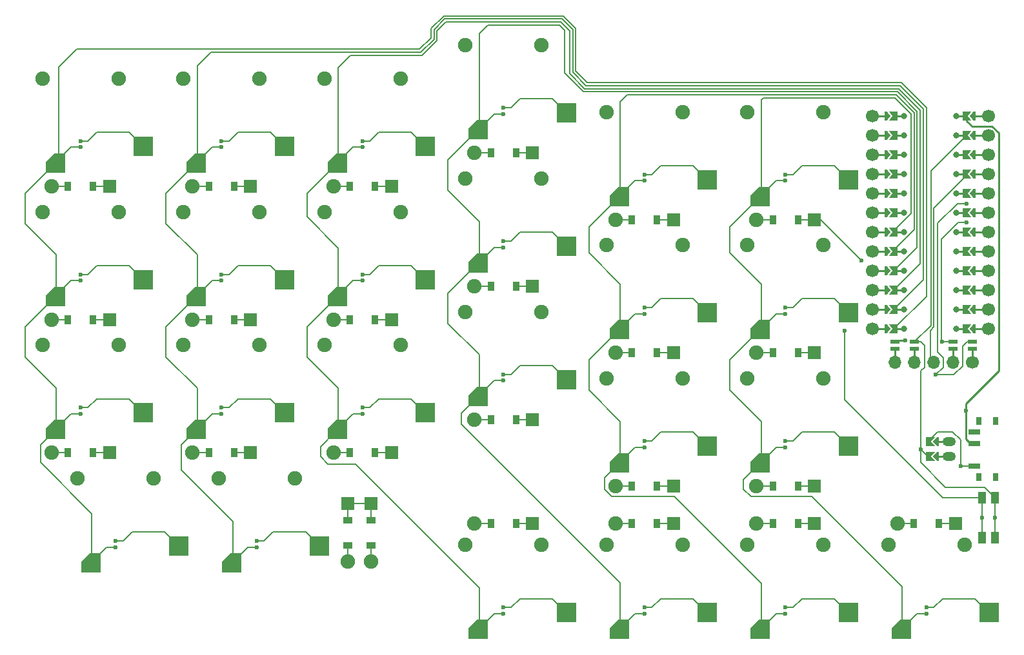
<source format=gbr>
%TF.GenerationSoftware,KiCad,Pcbnew,8.0.7*%
%TF.CreationDate,2025-01-06T08:36:50-06:00*%
%TF.ProjectId,omega_pcb_mbx_v0.3,6f6d6567-615f-4706-9362-5f6d62785f76,v1.0.0*%
%TF.SameCoordinates,Original*%
%TF.FileFunction,Copper,L1,Top*%
%TF.FilePolarity,Positive*%
%FSLAX46Y46*%
G04 Gerber Fmt 4.6, Leading zero omitted, Abs format (unit mm)*
G04 Created by KiCad (PCBNEW 8.0.7) date 2025-01-06 08:36:50*
%MOMM*%
%LPD*%
G01*
G04 APERTURE LIST*
G04 Aperture macros list*
%AMOutline5P*
0 Free polygon, 5 corners , with rotation*
0 The origin of the aperture is its center*
0 number of corners: always 5*
0 $1 to $10 corner X, Y*
0 $11 Rotation angle, in degrees counterclockwise*
0 create outline with 5 corners*
4,1,5,$1,$2,$3,$4,$5,$6,$7,$8,$9,$10,$1,$2,$11*%
%AMOutline6P*
0 Free polygon, 6 corners , with rotation*
0 The origin of the aperture is its center*
0 number of corners: always 6*
0 $1 to $12 corner X, Y*
0 $13 Rotation angle, in degrees counterclockwise*
0 create outline with 6 corners*
4,1,6,$1,$2,$3,$4,$5,$6,$7,$8,$9,$10,$11,$12,$1,$2,$13*%
%AMOutline7P*
0 Free polygon, 7 corners , with rotation*
0 The origin of the aperture is its center*
0 number of corners: always 7*
0 $1 to $14 corner X, Y*
0 $15 Rotation angle, in degrees counterclockwise*
0 create outline with 7 corners*
4,1,7,$1,$2,$3,$4,$5,$6,$7,$8,$9,$10,$11,$12,$13,$14,$1,$2,$15*%
%AMOutline8P*
0 Free polygon, 8 corners , with rotation*
0 The origin of the aperture is its center*
0 number of corners: always 8*
0 $1 to $16 corner X, Y*
0 $17 Rotation angle, in degrees counterclockwise*
0 create outline with 8 corners*
4,1,8,$1,$2,$3,$4,$5,$6,$7,$8,$9,$10,$11,$12,$13,$14,$15,$16,$1,$2,$17*%
%AMFreePoly0*
4,1,6,0.250000,0.000000,-0.250000,-0.625000,-0.500000,-0.625000,-0.500000,0.625000,-0.250000,0.625000,0.250000,0.000000,0.250000,0.000000,$1*%
%AMFreePoly1*
4,1,6,0.500000,-0.625000,-0.650000,-0.625000,-0.150000,0.000000,-0.650000,0.625000,0.500000,0.625000,0.500000,-0.625000,0.500000,-0.625000,$1*%
%AMFreePoly2*
4,1,6,0.600000,-1.000000,0.000000,-0.400000,-0.600000,-1.000000,-0.600000,0.250000,0.600000,0.250000,0.600000,-1.000000,0.600000,-1.000000,$1*%
%AMFreePoly3*
4,1,6,0.600000,-0.200000,0.600000,-0.400000,-0.600000,-0.400000,-0.600000,-0.200000,0.000000,0.400000,0.600000,-0.200000,0.600000,-0.200000,$1*%
G04 Aperture macros list end*
%TA.AperFunction,ComponentPad*%
%ADD10R,1.778000X1.778000*%
%TD*%
%TA.AperFunction,SMDPad,CuDef*%
%ADD11R,0.900000X1.200000*%
%TD*%
%TA.AperFunction,ComponentPad*%
%ADD12C,1.905000*%
%TD*%
%TA.AperFunction,SMDPad,CuDef*%
%ADD13R,1.200000X0.900000*%
%TD*%
%TA.AperFunction,ComponentPad*%
%ADD14O,1.700000X1.700000*%
%TD*%
%TA.AperFunction,ComponentPad*%
%ADD15C,1.700000*%
%TD*%
%TA.AperFunction,SMDPad,CuDef*%
%ADD16R,1.200000X0.600000*%
%TD*%
%TA.AperFunction,ComponentPad*%
%ADD17C,1.900000*%
%TD*%
%TA.AperFunction,SMDPad,CuDef*%
%ADD18Outline5P,-1.300000X1.300000X1.300000X1.300000X1.300000X-0.117000X0.117000X-1.300000X-1.300000X-1.300000X180.000000*%
%TD*%
%TA.AperFunction,SMDPad,CuDef*%
%ADD19R,2.600000X2.600000*%
%TD*%
%TA.AperFunction,SMDPad,CuDef*%
%ADD20R,1.000000X1.550000*%
%TD*%
%TA.AperFunction,SMDPad,CuDef*%
%ADD21FreePoly0,180.000000*%
%TD*%
%TA.AperFunction,SMDPad,CuDef*%
%ADD22FreePoly0,0.000000*%
%TD*%
%TA.AperFunction,ComponentPad*%
%ADD23C,0.800000*%
%TD*%
%TA.AperFunction,SMDPad,CuDef*%
%ADD24FreePoly1,180.000000*%
%TD*%
%TA.AperFunction,SMDPad,CuDef*%
%ADD25FreePoly1,0.000000*%
%TD*%
%TA.AperFunction,SMDPad,CuDef*%
%ADD26R,0.800000X1.000000*%
%TD*%
%TA.AperFunction,SMDPad,CuDef*%
%ADD27R,1.500000X0.700000*%
%TD*%
%TA.AperFunction,SMDPad,CuDef*%
%ADD28FreePoly2,90.000000*%
%TD*%
%TA.AperFunction,ComponentPad*%
%ADD29O,1.750000X1.200000*%
%TD*%
%TA.AperFunction,SMDPad,CuDef*%
%ADD30FreePoly3,90.000000*%
%TD*%
%TA.AperFunction,ViaPad*%
%ADD31C,0.600000*%
%TD*%
%TA.AperFunction,Conductor*%
%ADD32C,0.200000*%
%TD*%
%TA.AperFunction,Conductor*%
%ADD33C,0.250000*%
%TD*%
G04 APERTURE END LIST*
D10*
%TO.P,D4,1*%
%TO.N,P16*%
X62310000Y-89000000D03*
D11*
X60150000Y-89000000D03*
%TO.P,D4,2*%
%TO.N,pinky_bottom*%
X56850000Y-89000000D03*
D12*
X54690000Y-89000000D03*
%TD*%
D10*
%TO.P,D19,1*%
%TO.N,P10*%
X99310000Y-98250000D03*
D11*
X97150000Y-98250000D03*
%TO.P,D19,2*%
%TO.N,third_only*%
X93850000Y-98250000D03*
D12*
X91690000Y-98250000D03*
%TD*%
D10*
%TO.P,D18,1*%
%TO.N,P15*%
X136310000Y-58375000D03*
D11*
X134150000Y-58375000D03*
%TO.P,D18,2*%
%TO.N,inner_top*%
X130850000Y-58375000D03*
D12*
X128690000Y-58375000D03*
%TD*%
D10*
%TO.P,D10,1*%
%TO.N,P16*%
X99310000Y-84625000D03*
D11*
X97150000Y-84625000D03*
%TO.P,D10,2*%
%TO.N,middle_bottom*%
X93850000Y-84625000D03*
D12*
X91690000Y-84625000D03*
%TD*%
D10*
%TO.P,D8,1*%
%TO.N,P14*%
X80810000Y-71500000D03*
D11*
X78650000Y-71500000D03*
%TO.P,D8,2*%
%TO.N,ring_home*%
X75350000Y-71500000D03*
D12*
X73190000Y-71500000D03*
%TD*%
D10*
%TO.P,D21,1*%
%TO.N,P10*%
X136310000Y-98250000D03*
D11*
X134150000Y-98250000D03*
%TO.P,D21,2*%
%TO.N,fifth_only*%
X130850000Y-98250000D03*
D12*
X128690000Y-98250000D03*
%TD*%
D10*
%TO.P,D14,1*%
%TO.N,P14*%
X117810000Y-75875000D03*
D11*
X115650000Y-75875000D03*
%TO.P,D14,2*%
%TO.N,index_home*%
X112350000Y-75875000D03*
D12*
X110190000Y-75875000D03*
%TD*%
D10*
%TO.P,D15,1*%
%TO.N,P15*%
X117810000Y-58375000D03*
D11*
X115650000Y-58375000D03*
%TO.P,D15,2*%
%TO.N,index_top*%
X112350000Y-58375000D03*
D12*
X110190000Y-58375000D03*
%TD*%
D10*
%TO.P,D1,1*%
%TO.N,P16*%
X43810000Y-89000000D03*
D11*
X41650000Y-89000000D03*
%TO.P,D1,2*%
%TO.N,outer_bottom*%
X38350000Y-89000000D03*
D12*
X36190000Y-89000000D03*
%TD*%
D10*
%TO.P,D9,1*%
%TO.N,P15*%
X80810000Y-54000000D03*
D11*
X78650000Y-54000000D03*
%TO.P,D9,2*%
%TO.N,ring_top*%
X75350000Y-54000000D03*
D12*
X73190000Y-54000000D03*
%TD*%
D10*
%TO.P,D12,1*%
%TO.N,P15*%
X99310000Y-49625000D03*
D11*
X97150000Y-49625000D03*
%TO.P,D12,2*%
%TO.N,middle_top*%
X93850000Y-49625000D03*
D12*
X91690000Y-49625000D03*
%TD*%
D10*
%TO.P,D20,1*%
%TO.N,P10*%
X117810000Y-98250000D03*
D11*
X115650000Y-98250000D03*
%TO.P,D20,2*%
%TO.N,fourth_only*%
X112350000Y-98250000D03*
D12*
X110190000Y-98250000D03*
%TD*%
D10*
%TO.P,D16,1*%
%TO.N,P16*%
X136310000Y-93375000D03*
D11*
X134150000Y-93375000D03*
%TO.P,D16,2*%
%TO.N,inner_bottom*%
X130850000Y-93375000D03*
D12*
X128690000Y-93375000D03*
%TD*%
D10*
%TO.P,D5,1*%
%TO.N,P14*%
X62310000Y-71500000D03*
D11*
X60150000Y-71500000D03*
%TO.P,D5,2*%
%TO.N,pinky_home*%
X56850000Y-71500000D03*
D12*
X54690000Y-71500000D03*
%TD*%
D10*
%TO.P,D7,1*%
%TO.N,P16*%
X80810000Y-89000000D03*
D11*
X78650000Y-89000000D03*
%TO.P,D7,2*%
%TO.N,ring_bottom*%
X75350000Y-89000000D03*
D12*
X73190000Y-89000000D03*
%TD*%
D10*
%TO.P,D22,1*%
%TO.N,P10*%
X154810000Y-98250000D03*
D11*
X152650000Y-98250000D03*
%TO.P,D22,2*%
%TO.N,sixth_only*%
X149350000Y-98250000D03*
D12*
X147190000Y-98250000D03*
%TD*%
D10*
%TO.P,D24,1*%
%TO.N,P10*%
X75125000Y-95690000D03*
D13*
X75125000Y-97850000D03*
%TO.P,D24,2*%
%TO.N,second_only*%
X75125000Y-101150000D03*
D12*
X75125000Y-103310000D03*
%TD*%
D10*
%TO.P,D23,1*%
%TO.N,P10*%
X78125000Y-95690000D03*
D13*
X78125000Y-97850000D03*
%TO.P,D23,2*%
%TO.N,first_only*%
X78125000Y-101150000D03*
D12*
X78125000Y-103310000D03*
%TD*%
D10*
%TO.P,D3,1*%
%TO.N,P15*%
X43810000Y-54000000D03*
D11*
X41650000Y-54000000D03*
%TO.P,D3,2*%
%TO.N,outer_top*%
X38350000Y-54000000D03*
D12*
X36190000Y-54000000D03*
%TD*%
D10*
%TO.P,D17,1*%
%TO.N,P14*%
X136310000Y-75875000D03*
D11*
X134150000Y-75875000D03*
%TO.P,D17,2*%
%TO.N,inner_home*%
X130850000Y-75875000D03*
D12*
X128690000Y-75875000D03*
%TD*%
D14*
%TO.P,DISP1,1*%
%TO.N,DISP1_1*%
X146920000Y-77075000D03*
%TO.P,DISP1,2*%
%TO.N,DISP1_2*%
X149460000Y-77075000D03*
%TO.P,DISP1,3*%
%TO.N,VCC*%
X152000000Y-77075000D03*
%TO.P,DISP1,4*%
%TO.N,DISP1_4*%
X154540000Y-77075000D03*
D15*
%TO.P,DISP1,5*%
%TO.N,DISP1_5*%
X157080000Y-77075000D03*
D16*
%TO.P,DISP1,10*%
%TO.N,DISP1_1*%
X146920000Y-75325000D03*
%TO.P,DISP1,11*%
%TO.N,DISP1_2*%
X149460000Y-75325000D03*
%TO.P,DISP1,12*%
%TO.N,DISP1_4*%
X154540000Y-75325000D03*
%TO.P,DISP1,13*%
%TO.N,DISP1_5*%
X157080000Y-75325000D03*
%TO.P,DISP1,14*%
%TO.N,P1*%
X146920000Y-74425000D03*
%TO.P,DISP1,15*%
%TO.N,GND*%
X149460000Y-74425000D03*
%TO.P,DISP1,16*%
%TO.N,P3*%
X154540000Y-74425000D03*
%TO.P,DISP1,17*%
%TO.N,P2*%
X157080000Y-74425000D03*
%TD*%
D10*
%TO.P,D6,1*%
%TO.N,P15*%
X62310000Y-54000000D03*
D11*
X60150000Y-54000000D03*
%TO.P,D6,2*%
%TO.N,pinky_top*%
X56850000Y-54000000D03*
D12*
X54690000Y-54000000D03*
%TD*%
D10*
%TO.P,D13,1*%
%TO.N,P16*%
X117810000Y-93375000D03*
D11*
X115650000Y-93375000D03*
%TO.P,D13,2*%
%TO.N,index_bottom*%
X112350000Y-93375000D03*
D12*
X110190000Y-93375000D03*
%TD*%
D10*
%TO.P,D2,1*%
%TO.N,P14*%
X43810000Y-71500000D03*
D11*
X41650000Y-71500000D03*
%TO.P,D2,2*%
%TO.N,outer_home*%
X38350000Y-71500000D03*
D12*
X36190000Y-71500000D03*
%TD*%
D10*
%TO.P,D11,1*%
%TO.N,P14*%
X99310000Y-67125000D03*
D11*
X97150000Y-67125000D03*
%TO.P,D11,2*%
%TO.N,middle_home*%
X93850000Y-67125000D03*
D12*
X91690000Y-67125000D03*
%TD*%
D17*
%TO.P,S7,*%
%TO.N,*%
X82000000Y-74850000D03*
X72000000Y-74850000D03*
D18*
%TO.P,S7,1*%
%TO.N,P7*%
X73725000Y-85950000D03*
D19*
%TO.P,S7,2*%
%TO.N,ring_bottom*%
X85275000Y-83750000D03*
%TD*%
D17*
%TO.P,S14,*%
%TO.N,*%
X119000000Y-61725000D03*
X109000000Y-61725000D03*
D18*
%TO.P,S14,1*%
%TO.N,P5*%
X110725000Y-72825000D03*
D19*
%TO.P,S14,2*%
%TO.N,index_home*%
X122275000Y-70625000D03*
%TD*%
D20*
%TO.P,RST1,1*%
%TO.N,GND*%
X160000000Y-100125000D03*
%TO.P,RST1,2*%
%TO.N,RST*%
X158300000Y-100125000D03*
%TO.P,RST1,3*%
%TO.N,GND*%
X160000000Y-94875000D03*
%TO.P,RST1,4*%
%TO.N,RST*%
X158300000Y-94875000D03*
%TD*%
D17*
%TO.P,S4,*%
%TO.N,*%
X63500000Y-74850000D03*
X53500000Y-74850000D03*
D18*
%TO.P,S4,1*%
%TO.N,P8*%
X55225000Y-85950000D03*
D19*
%TO.P,S4,2*%
%TO.N,pinky_bottom*%
X66775000Y-83750000D03*
%TD*%
D17*
%TO.P,S13,*%
%TO.N,*%
X119000000Y-79225000D03*
X109000000Y-79225000D03*
D18*
%TO.P,S13,1*%
%TO.N,P5*%
X110725000Y-90325000D03*
D19*
%TO.P,S13,2*%
%TO.N,index_bottom*%
X122275000Y-88125000D03*
%TD*%
D17*
%TO.P,S6,*%
%TO.N,*%
X63500000Y-39850000D03*
X53500000Y-39850000D03*
D18*
%TO.P,S6,1*%
%TO.N,P8*%
X55225000Y-50950000D03*
D19*
%TO.P,S6,2*%
%TO.N,pinky_top*%
X66775000Y-48750000D03*
%TD*%
D21*
%TO.P,MCU1,1*%
%TO.N,MCU1_1*%
X157000000Y-44775000D03*
D15*
X159120000Y-44775000D03*
D21*
%TO.P,MCU1,2*%
%TO.N,MCU1_2*%
X157000000Y-47315000D03*
D15*
X159120000Y-47315000D03*
D21*
%TO.P,MCU1,3*%
%TO.N,MCU1_3*%
X157000000Y-49855000D03*
D15*
X159120000Y-49855000D03*
D21*
%TO.P,MCU1,4*%
%TO.N,MCU1_4*%
X157000000Y-52395000D03*
D15*
X159120000Y-52395000D03*
D21*
%TO.P,MCU1,5*%
%TO.N,MCU1_5*%
X157000000Y-54935000D03*
D15*
X159120000Y-54935000D03*
D21*
%TO.P,MCU1,6*%
%TO.N,MCU1_6*%
X157000000Y-57475000D03*
D15*
X159120000Y-57475000D03*
D21*
%TO.P,MCU1,7*%
%TO.N,MCU1_7*%
X157000000Y-60015000D03*
D15*
X159120000Y-60015000D03*
D21*
%TO.P,MCU1,8*%
%TO.N,MCU1_8*%
X157000000Y-62555000D03*
D15*
X159120000Y-62555000D03*
D21*
%TO.P,MCU1,9*%
%TO.N,MCU1_9*%
X157000000Y-65095000D03*
D15*
X159120000Y-65095000D03*
D21*
%TO.P,MCU1,10*%
%TO.N,MCU1_10*%
X157000000Y-67635000D03*
D15*
X159120000Y-67635000D03*
D21*
%TO.P,MCU1,11*%
%TO.N,MCU1_11*%
X157000000Y-70175000D03*
D15*
X159120000Y-70175000D03*
D21*
%TO.P,MCU1,12*%
%TO.N,MCU1_12*%
X157000000Y-72715000D03*
D15*
X159120000Y-72715000D03*
%TO.P,MCU1,13*%
%TO.N,MCU1_13*%
X143880000Y-72715000D03*
D22*
X146000000Y-72715000D03*
D15*
%TO.P,MCU1,14*%
%TO.N,MCU1_14*%
X143880000Y-70175000D03*
D22*
X146000000Y-70175000D03*
D15*
%TO.P,MCU1,15*%
%TO.N,MCU1_15*%
X143880000Y-67635000D03*
D22*
X146000000Y-67635000D03*
D15*
%TO.P,MCU1,16*%
%TO.N,MCU1_16*%
X143880000Y-65095000D03*
D22*
X146000000Y-65095000D03*
D15*
%TO.P,MCU1,17*%
%TO.N,MCU1_17*%
X143880000Y-62555000D03*
D22*
X146000000Y-62555000D03*
D15*
%TO.P,MCU1,18*%
%TO.N,MCU1_18*%
X143880000Y-60015000D03*
D22*
X146000000Y-60015000D03*
D15*
%TO.P,MCU1,19*%
%TO.N,MCU1_19*%
X143880000Y-57475000D03*
D22*
X146000000Y-57475000D03*
D15*
%TO.P,MCU1,20*%
%TO.N,MCU1_20*%
X143880000Y-54935000D03*
D22*
X146000000Y-54935000D03*
D15*
%TO.P,MCU1,21*%
%TO.N,MCU1_21*%
X143880000Y-52395000D03*
D22*
X146000000Y-52395000D03*
D15*
%TO.P,MCU1,22*%
%TO.N,MCU1_22*%
X143880000Y-49855000D03*
D22*
X146000000Y-49855000D03*
D15*
%TO.P,MCU1,23*%
%TO.N,MCU1_23*%
X143880000Y-47315000D03*
D22*
X146000000Y-47315000D03*
D15*
%TO.P,MCU1,24*%
%TO.N,MCU1_24*%
X143880000Y-44775000D03*
D22*
X146000000Y-44775000D03*
D23*
%TO.P,MCU1,101*%
%TO.N,RAW*%
X154900000Y-44775000D03*
D24*
X156275000Y-44775000D03*
D23*
%TO.P,MCU1,102*%
%TO.N,GND*%
X154900000Y-47315000D03*
D24*
X156275000Y-47315000D03*
D23*
%TO.P,MCU1,103*%
%TO.N,RST*%
X154900000Y-49855000D03*
D24*
X156275000Y-49855000D03*
D23*
%TO.P,MCU1,104*%
%TO.N,VCC*%
X154900000Y-52395000D03*
D24*
X156275000Y-52395000D03*
D23*
%TO.P,MCU1,105*%
%TO.N,P21*%
X154900000Y-54935000D03*
D24*
X156275000Y-54935000D03*
D23*
%TO.P,MCU1,106*%
%TO.N,P20*%
X154900000Y-57475000D03*
D24*
X156275000Y-57475000D03*
D23*
%TO.P,MCU1,107*%
%TO.N,P19*%
X154900000Y-60015000D03*
D24*
X156275000Y-60015000D03*
D23*
%TO.P,MCU1,108*%
%TO.N,P18*%
X154900000Y-62555000D03*
D24*
X156275000Y-62555000D03*
D23*
%TO.P,MCU1,109*%
%TO.N,P15*%
X154900000Y-65095000D03*
D24*
X156275000Y-65095000D03*
D23*
%TO.P,MCU1,110*%
%TO.N,P14*%
X154900000Y-67635000D03*
D24*
X156275000Y-67635000D03*
D23*
%TO.P,MCU1,111*%
%TO.N,P16*%
X154900000Y-70175000D03*
D24*
X156275000Y-70175000D03*
D23*
%TO.P,MCU1,112*%
%TO.N,P10*%
X154900000Y-72715000D03*
D24*
X156275000Y-72715000D03*
D25*
%TO.P,MCU1,113*%
%TO.N,P9*%
X146725000Y-72715000D03*
D23*
X148100000Y-72715000D03*
D25*
%TO.P,MCU1,114*%
%TO.N,P8*%
X146725000Y-70175000D03*
D23*
X148100000Y-70175000D03*
D25*
%TO.P,MCU1,115*%
%TO.N,P7*%
X146725000Y-67635000D03*
D23*
X148100000Y-67635000D03*
D25*
%TO.P,MCU1,116*%
%TO.N,P6*%
X146725000Y-65095000D03*
D23*
X148100000Y-65095000D03*
D25*
%TO.P,MCU1,117*%
%TO.N,P5*%
X146725000Y-62555000D03*
D23*
X148100000Y-62555000D03*
D25*
%TO.P,MCU1,118*%
%TO.N,P4*%
X146725000Y-60015000D03*
D23*
X148100000Y-60015000D03*
D25*
%TO.P,MCU1,119*%
%TO.N,P3*%
X146725000Y-57475000D03*
D23*
X148100000Y-57475000D03*
D25*
%TO.P,MCU1,120*%
%TO.N,P2*%
X146725000Y-54935000D03*
D23*
X148100000Y-54935000D03*
D25*
%TO.P,MCU1,121*%
%TO.N,GND*%
X146725000Y-52395000D03*
D23*
X148100000Y-52395000D03*
D25*
%TO.P,MCU1,122*%
X146725000Y-49855000D03*
D23*
X148100000Y-49855000D03*
D25*
%TO.P,MCU1,123*%
%TO.N,P0*%
X146725000Y-47315000D03*
D23*
X148100000Y-47315000D03*
D25*
%TO.P,MCU1,124*%
%TO.N,P1*%
X146725000Y-44775000D03*
D23*
X148100000Y-44775000D03*
%TD*%
D17*
%TO.P,S21,*%
%TO.N,*%
X100500000Y-101100000D03*
X90500000Y-101100000D03*
D18*
%TO.P,S21,1*%
%TO.N,P7*%
X92225000Y-112200000D03*
D19*
%TO.P,S21,2*%
%TO.N,third_only*%
X103775000Y-110000000D03*
%TD*%
D17*
%TO.P,S8,*%
%TO.N,*%
X82000000Y-57350000D03*
X72000000Y-57350000D03*
D18*
%TO.P,S8,1*%
%TO.N,P7*%
X73725000Y-68450000D03*
D19*
%TO.P,S8,2*%
%TO.N,ring_home*%
X85275000Y-66250000D03*
%TD*%
D17*
%TO.P,S16,*%
%TO.N,*%
X137500000Y-79225000D03*
X127500000Y-79225000D03*
D18*
%TO.P,S16,1*%
%TO.N,P4*%
X129225000Y-90325000D03*
D19*
%TO.P,S16,2*%
%TO.N,inner_bottom*%
X140775000Y-88125000D03*
%TD*%
D17*
%TO.P,S9,*%
%TO.N,*%
X82000000Y-39850000D03*
X72000000Y-39850000D03*
D18*
%TO.P,S9,1*%
%TO.N,P7*%
X73725000Y-50950000D03*
D19*
%TO.P,S9,2*%
%TO.N,ring_top*%
X85275000Y-48750000D03*
%TD*%
D17*
%TO.P,S18,*%
%TO.N,*%
X137500000Y-44225000D03*
X127500000Y-44225000D03*
D18*
%TO.P,S18,1*%
%TO.N,P4*%
X129225000Y-55325000D03*
D19*
%TO.P,S18,2*%
%TO.N,inner_top*%
X140775000Y-53125000D03*
%TD*%
D17*
%TO.P,S20,*%
%TO.N,*%
X68125000Y-92350000D03*
X58125000Y-92350000D03*
D18*
%TO.P,S20,1*%
%TO.N,P8*%
X59850000Y-103450000D03*
D19*
%TO.P,S20,2*%
%TO.N,second_only*%
X71400000Y-101250000D03*
%TD*%
D17*
%TO.P,S11,*%
%TO.N,*%
X100500000Y-52975000D03*
X90500000Y-52975000D03*
D18*
%TO.P,S11,1*%
%TO.N,P6*%
X92225000Y-64075000D03*
D19*
%TO.P,S11,2*%
%TO.N,middle_home*%
X103775000Y-61875000D03*
%TD*%
D17*
%TO.P,S3,*%
%TO.N,*%
X45000000Y-39850000D03*
X35000000Y-39850000D03*
D18*
%TO.P,S3,1*%
%TO.N,P9*%
X36725000Y-50950000D03*
D19*
%TO.P,S3,2*%
%TO.N,outer_top*%
X48275000Y-48750000D03*
%TD*%
D17*
%TO.P,S15,*%
%TO.N,*%
X119000000Y-44225000D03*
X109000000Y-44225000D03*
D18*
%TO.P,S15,1*%
%TO.N,P5*%
X110725000Y-55325000D03*
D19*
%TO.P,S15,2*%
%TO.N,index_top*%
X122275000Y-53125000D03*
%TD*%
D17*
%TO.P,S1,*%
%TO.N,*%
X45000000Y-74850000D03*
X35000000Y-74850000D03*
D18*
%TO.P,S1,1*%
%TO.N,P9*%
X36725000Y-85950000D03*
D19*
%TO.P,S1,2*%
%TO.N,outer_bottom*%
X48275000Y-83750000D03*
%TD*%
D17*
%TO.P,S2,*%
%TO.N,*%
X45000000Y-57350000D03*
X35000000Y-57350000D03*
D18*
%TO.P,S2,1*%
%TO.N,P9*%
X36725000Y-68450000D03*
D19*
%TO.P,S2,2*%
%TO.N,outer_home*%
X48275000Y-66250000D03*
%TD*%
D17*
%TO.P,S24,*%
%TO.N,*%
X156000000Y-101100000D03*
X146000000Y-101100000D03*
D18*
%TO.P,S24,1*%
%TO.N,P4*%
X147725000Y-112200000D03*
D19*
%TO.P,S24,2*%
%TO.N,sixth_only*%
X159275000Y-110000000D03*
%TD*%
D17*
%TO.P,S10,*%
%TO.N,*%
X100500000Y-70475000D03*
X90500000Y-70475000D03*
D18*
%TO.P,S10,1*%
%TO.N,P6*%
X92225000Y-81575000D03*
D19*
%TO.P,S10,2*%
%TO.N,middle_bottom*%
X103775000Y-79375000D03*
%TD*%
D17*
%TO.P,S19,*%
%TO.N,*%
X49625000Y-92350000D03*
X39625000Y-92350000D03*
D18*
%TO.P,S19,1*%
%TO.N,P9*%
X41350000Y-103450000D03*
D19*
%TO.P,S19,2*%
%TO.N,first_only*%
X52900000Y-101250000D03*
%TD*%
D17*
%TO.P,S17,*%
%TO.N,*%
X137500000Y-61725000D03*
X127500000Y-61725000D03*
D18*
%TO.P,S17,1*%
%TO.N,P4*%
X129225000Y-72825000D03*
D19*
%TO.P,S17,2*%
%TO.N,inner_home*%
X140775000Y-70625000D03*
%TD*%
D26*
%TO.P,PWR1,*%
%TO.N,*%
X157915000Y-84850000D03*
X157915000Y-92150000D03*
X160125000Y-84850000D03*
X160125000Y-92150000D03*
D27*
%TO.P,PWR1,1*%
%TO.N,BAT_P*%
X157265000Y-90750000D03*
%TO.P,PWR1,2*%
%TO.N,RAW*%
X157265000Y-87750000D03*
%TO.P,PWR1,3*%
%TO.N,N/C*%
X157265000Y-86250000D03*
%TD*%
D17*
%TO.P,S23,*%
%TO.N,*%
X137500000Y-101100000D03*
X127500000Y-101100000D03*
D18*
%TO.P,S23,1*%
%TO.N,P5*%
X129225000Y-112200000D03*
D19*
%TO.P,S23,2*%
%TO.N,fifth_only*%
X140775000Y-110000000D03*
%TD*%
D17*
%TO.P,S22,*%
%TO.N,*%
X119000000Y-101100000D03*
X109000000Y-101100000D03*
D18*
%TO.P,S22,1*%
%TO.N,P6*%
X110725000Y-112200000D03*
D19*
%TO.P,S22,2*%
%TO.N,fourth_only*%
X122275000Y-110000000D03*
%TD*%
D28*
%TO.P,JST1,1*%
%TO.N,BAT_P*%
X151184000Y-87500000D03*
%TO.P,JST1,2*%
%TO.N,GND*%
X151184000Y-89500000D03*
D29*
%TO.P,JST1,11*%
%TO.N,JST1_1*%
X154000000Y-87500000D03*
%TO.P,JST1,12*%
%TO.N,JST1_2*%
X154000000Y-89500000D03*
D30*
%TO.P,JST1,21*%
%TO.N,JST1_1*%
X152200000Y-87500000D03*
%TO.P,JST1,22*%
%TO.N,JST1_2*%
X152200000Y-89500000D03*
%TD*%
D17*
%TO.P,S12,*%
%TO.N,*%
X100500000Y-35475000D03*
X90500000Y-35475000D03*
D18*
%TO.P,S12,1*%
%TO.N,P6*%
X92225000Y-46575000D03*
D19*
%TO.P,S12,2*%
%TO.N,middle_top*%
X103775000Y-44375000D03*
%TD*%
D17*
%TO.P,S5,*%
%TO.N,*%
X63500000Y-57350000D03*
X53500000Y-57350000D03*
D18*
%TO.P,S5,1*%
%TO.N,P8*%
X55225000Y-68450000D03*
D19*
%TO.P,S5,2*%
%TO.N,pinky_home*%
X66775000Y-66250000D03*
%TD*%
D31*
%TO.N,P15*%
X142500000Y-63750000D03*
%TO.N,P9*%
X40000000Y-66375000D03*
X40000000Y-48875000D03*
X40000000Y-83875000D03*
X44625000Y-101375000D03*
%TO.N,outer_bottom*%
X40000000Y-83075000D03*
%TO.N,GND*%
X150250000Y-88500000D03*
X160000000Y-97500000D03*
%TO.N,outer_home*%
X40000000Y-65575000D03*
%TO.N,outer_top*%
X40000000Y-48075000D03*
%TO.N,P8*%
X63125000Y-101375000D03*
X58500000Y-48875000D03*
X58500000Y-66375000D03*
X58500000Y-83875000D03*
%TO.N,pinky_bottom*%
X58500000Y-83075000D03*
%TO.N,pinky_home*%
X58500000Y-65575000D03*
%TO.N,pinky_top*%
X58500000Y-48075000D03*
%TO.N,P7*%
X77000000Y-66375000D03*
X95500000Y-110125000D03*
X77000000Y-83875000D03*
X77000000Y-48875000D03*
%TO.N,ring_bottom*%
X77000000Y-83075000D03*
%TO.N,ring_home*%
X77000000Y-65575000D03*
%TO.N,ring_top*%
X77000000Y-48075000D03*
%TO.N,P6*%
X114000000Y-110125000D03*
X95500000Y-62000000D03*
X95500000Y-79500000D03*
X95500000Y-44500000D03*
%TO.N,middle_bottom*%
X95500000Y-78700000D03*
%TO.N,middle_home*%
X95500000Y-61200000D03*
%TO.N,middle_top*%
X95500000Y-43700000D03*
%TO.N,P5*%
X114000000Y-53250000D03*
X114000000Y-88250000D03*
X114000000Y-70750000D03*
X132500000Y-110125000D03*
%TO.N,index_bottom*%
X114000000Y-87450000D03*
%TO.N,index_home*%
X114000000Y-69950000D03*
%TO.N,index_top*%
X114000000Y-52450000D03*
%TO.N,P4*%
X132500000Y-53250000D03*
X132500000Y-88250000D03*
X151000000Y-110125000D03*
X132500000Y-70750000D03*
%TO.N,inner_bottom*%
X132500000Y-87450000D03*
%TO.N,inner_home*%
X132500000Y-69950000D03*
%TO.N,inner_top*%
X132500000Y-52450000D03*
%TO.N,first_only*%
X44625000Y-100575000D03*
%TO.N,second_only*%
X63125000Y-100575000D03*
%TO.N,third_only*%
X95500000Y-109325000D03*
%TO.N,fourth_only*%
X114000000Y-109325000D03*
%TO.N,fifth_only*%
X132500000Y-109325000D03*
%TO.N,sixth_only*%
X151000000Y-109325000D03*
%TO.N,RAW*%
X156190000Y-83500000D03*
%TO.N,RST*%
X158300000Y-97500000D03*
X140250000Y-73000000D03*
%TO.N,P1*%
X148250000Y-74250000D03*
%TO.N,P2*%
X152250000Y-78750000D03*
X156250000Y-56250000D03*
%TO.N,P3*%
X153100000Y-74425000D03*
X156250000Y-58750000D03*
%TO.N,BAT_P*%
X155500000Y-90750000D03*
%TD*%
D32*
%TO.N,P15*%
X142500000Y-63750000D02*
X137125000Y-58375000D01*
X137125000Y-58375000D02*
X136310000Y-58375000D01*
%TO.N,P9*%
X38800000Y-48875000D02*
X40000000Y-48875000D01*
X103338232Y-31625000D02*
X105000000Y-33286768D01*
X36850000Y-80511522D02*
X36850000Y-85825000D01*
X36725000Y-68450000D02*
X38800000Y-66375000D01*
X87661768Y-31625000D02*
X103338232Y-31625000D01*
X36850000Y-68325000D02*
X36725000Y-68450000D01*
X38800000Y-83875000D02*
X40000000Y-83875000D01*
X43425000Y-101375000D02*
X44625000Y-101375000D01*
X84489824Y-36000000D02*
X86000000Y-34489824D01*
X86000000Y-33286768D02*
X87661768Y-31625000D01*
X105000000Y-33286768D02*
X105000000Y-38864824D01*
X36850000Y-85825000D02*
X36725000Y-85950000D01*
X36850000Y-63011522D02*
X36850000Y-68325000D01*
X36725000Y-50950000D02*
X38800000Y-48875000D01*
X34750000Y-87925000D02*
X34750000Y-90250000D01*
X151000000Y-68440000D02*
X146725000Y-72715000D01*
X36725000Y-85950000D02*
X38800000Y-83875000D01*
X151000000Y-43671570D02*
X151000000Y-68440000D01*
X32750000Y-76411522D02*
X36850000Y-80511522D01*
X36725000Y-50950000D02*
X32750000Y-54925000D01*
X37150000Y-50525000D02*
X37150000Y-38350000D01*
X41475000Y-103325000D02*
X41350000Y-103450000D01*
X105000000Y-38864824D02*
X106510176Y-40375000D01*
X32750000Y-72425000D02*
X32750000Y-76411522D01*
X32750000Y-54925000D02*
X32750000Y-58911522D01*
X36725000Y-68450000D02*
X32750000Y-72425000D01*
X147703430Y-40375000D02*
X151000000Y-43671570D01*
X38800000Y-66375000D02*
X40000000Y-66375000D01*
X106510176Y-40375000D02*
X147703430Y-40375000D01*
X37150000Y-38350000D02*
X39500000Y-36000000D01*
X41350000Y-103450000D02*
X43425000Y-101375000D01*
X32750000Y-58911522D02*
X36850000Y-63011522D01*
X41475000Y-96975000D02*
X41475000Y-103325000D01*
X36725000Y-85950000D02*
X34750000Y-87925000D01*
X39500000Y-36000000D02*
X84489824Y-36000000D01*
X36725000Y-50950000D02*
X37150000Y-50525000D01*
X34750000Y-90250000D02*
X41475000Y-96975000D01*
X86000000Y-34489824D02*
X86000000Y-33286768D01*
D33*
X146725000Y-72715000D02*
X148100000Y-72715000D01*
D32*
%TO.N,outer_bottom*%
X48275000Y-83750000D02*
X46421000Y-81896000D01*
X46421000Y-81896000D02*
X42154000Y-81896000D01*
X36190000Y-89000000D02*
X38350000Y-89000000D01*
X40975000Y-83075000D02*
X40000000Y-83075000D01*
X42154000Y-81896000D02*
X40975000Y-83075000D01*
%TO.N,GND*%
X153500000Y-93500000D02*
X158625000Y-93500000D01*
X158625000Y-93500000D02*
X160000000Y-94875000D01*
X151600000Y-72285000D02*
X151600000Y-51990000D01*
X150250000Y-88500000D02*
X150250000Y-88566000D01*
X160000000Y-97500000D02*
X160000000Y-100125000D01*
X150250000Y-88500000D02*
X150250000Y-78250000D01*
X160000000Y-94875000D02*
X160000000Y-97500000D01*
X150750000Y-77750000D02*
X150750000Y-74915000D01*
X150250000Y-90250000D02*
X153500000Y-93500000D01*
X151600000Y-51990000D02*
X156275000Y-47315000D01*
X150750000Y-74915000D02*
X150260000Y-74425000D01*
X150250000Y-88500000D02*
X150250000Y-90250000D01*
X150250000Y-78250000D02*
X150750000Y-77750000D01*
X150260000Y-74425000D02*
X149460000Y-74425000D01*
D33*
X146725000Y-52395000D02*
X148100000Y-52395000D01*
X156275000Y-47315000D02*
X154900000Y-47315000D01*
D32*
X149460000Y-74425000D02*
X151600000Y-72285000D01*
D33*
X146725000Y-49855000D02*
X148100000Y-49855000D01*
D32*
X150250000Y-88566000D02*
X151184000Y-89500000D01*
%TO.N,outer_home*%
X46421000Y-64396000D02*
X42154000Y-64396000D01*
X40975000Y-65575000D02*
X40000000Y-65575000D01*
X36190000Y-71500000D02*
X38350000Y-71500000D01*
X42154000Y-64396000D02*
X40975000Y-65575000D01*
X48275000Y-66250000D02*
X46421000Y-64396000D01*
%TO.N,outer_top*%
X48275000Y-48750000D02*
X46421000Y-46896000D01*
X36190000Y-54000000D02*
X38350000Y-54000000D01*
X42154000Y-46896000D02*
X40975000Y-48075000D01*
X46421000Y-46896000D02*
X42154000Y-46896000D01*
X40975000Y-48075000D02*
X40000000Y-48075000D01*
%TO.N,P8*%
X55350000Y-38150000D02*
X57100000Y-36400000D01*
X106344490Y-40775000D02*
X147537744Y-40775000D01*
X55350000Y-68325000D02*
X55225000Y-68450000D01*
X53250000Y-87925000D02*
X53250000Y-91286522D01*
X84655510Y-36400000D02*
X86400000Y-34655510D01*
D33*
X146725000Y-70175000D02*
X148100000Y-70175000D01*
D32*
X55350000Y-80511522D02*
X55350000Y-85825000D01*
X57100000Y-36400000D02*
X84655510Y-36400000D01*
X55350000Y-50825000D02*
X55350000Y-38150000D01*
X51250000Y-58911522D02*
X55350000Y-63011522D01*
X51250000Y-76411522D02*
X55350000Y-80511522D01*
X55225000Y-85950000D02*
X53250000Y-87925000D01*
X55225000Y-68450000D02*
X51250000Y-72425000D01*
X103172546Y-32025000D02*
X104600000Y-33452454D01*
X55225000Y-85950000D02*
X57300000Y-83875000D01*
X55225000Y-50950000D02*
X51250000Y-54925000D01*
X51250000Y-54925000D02*
X51250000Y-58911522D01*
X59850000Y-103450000D02*
X61925000Y-101375000D01*
X55225000Y-50950000D02*
X55350000Y-50825000D01*
X150600000Y-66300000D02*
X146725000Y-70175000D01*
X55350000Y-63011522D02*
X55350000Y-68325000D01*
X51250000Y-72425000D02*
X51250000Y-76411522D01*
X57300000Y-83875000D02*
X58500000Y-83875000D01*
X59975000Y-103325000D02*
X59850000Y-103450000D01*
X55350000Y-85825000D02*
X55225000Y-85950000D01*
X147537744Y-40775000D02*
X150600000Y-43837256D01*
X104600000Y-39030510D02*
X106344490Y-40775000D01*
X57300000Y-66375000D02*
X58500000Y-66375000D01*
X53250000Y-91286522D02*
X59975000Y-98011522D01*
X87827454Y-32025000D02*
X103172546Y-32025000D01*
X104600000Y-33452454D02*
X104600000Y-39030510D01*
X86400000Y-33452454D02*
X87827454Y-32025000D01*
X150600000Y-43837256D02*
X150600000Y-66300000D01*
X55225000Y-68450000D02*
X57300000Y-66375000D01*
X57300000Y-48875000D02*
X58500000Y-48875000D01*
X55225000Y-50950000D02*
X57300000Y-48875000D01*
X61925000Y-101375000D02*
X63125000Y-101375000D01*
X86400000Y-34655510D02*
X86400000Y-33452454D01*
X59975000Y-98011522D02*
X59975000Y-103325000D01*
%TO.N,pinky_bottom*%
X64921000Y-81896000D02*
X60654000Y-81896000D01*
X54690000Y-89000000D02*
X56850000Y-89000000D01*
X66775000Y-83750000D02*
X64921000Y-81896000D01*
X60654000Y-81896000D02*
X59475000Y-83075000D01*
X59475000Y-83075000D02*
X58500000Y-83075000D01*
%TO.N,pinky_home*%
X60654000Y-64396000D02*
X59475000Y-65575000D01*
X64921000Y-64396000D02*
X60654000Y-64396000D01*
X54690000Y-71500000D02*
X56850000Y-71500000D01*
X59475000Y-65575000D02*
X58500000Y-65575000D01*
X66775000Y-66250000D02*
X64921000Y-64396000D01*
%TO.N,pinky_top*%
X66775000Y-48750000D02*
X64921000Y-46896000D01*
X59475000Y-48075000D02*
X58500000Y-48075000D01*
X60654000Y-46896000D02*
X59475000Y-48075000D01*
X64921000Y-46896000D02*
X60654000Y-46896000D01*
X54690000Y-54000000D02*
X56850000Y-54000000D01*
%TO.N,P7*%
X73725000Y-68450000D02*
X69750000Y-72425000D01*
X76088478Y-90500000D02*
X92350000Y-106761522D01*
X75800000Y-83875000D02*
X77000000Y-83875000D01*
X73850000Y-85825000D02*
X73725000Y-85950000D01*
X104200000Y-39196196D02*
X106178804Y-41175000D01*
X71500000Y-88175000D02*
X71500000Y-89500000D01*
X73725000Y-85950000D02*
X71500000Y-88175000D01*
X104200000Y-33618140D02*
X104200000Y-39196196D01*
X69750000Y-76411522D02*
X73850000Y-80511522D01*
X73725000Y-50950000D02*
X69750000Y-54925000D01*
X92225000Y-112200000D02*
X94300000Y-110125000D01*
X72500000Y-90500000D02*
X76088478Y-90500000D01*
X84821196Y-36800000D02*
X86800000Y-34821196D01*
X106178804Y-41175000D02*
X147372058Y-41175000D01*
X73725000Y-68450000D02*
X75800000Y-66375000D01*
X73850000Y-50825000D02*
X73850000Y-38400000D01*
X92350000Y-106761522D02*
X92350000Y-112075000D01*
D33*
X146725000Y-67635000D02*
X148100000Y-67635000D01*
D32*
X147372058Y-41175000D02*
X150200000Y-44002942D01*
X69750000Y-58000000D02*
X73850000Y-62100000D01*
X92350000Y-112075000D02*
X92225000Y-112200000D01*
X150200000Y-64160000D02*
X146725000Y-67635000D01*
X71500000Y-89500000D02*
X72500000Y-90500000D01*
X103006860Y-32425000D02*
X104200000Y-33618140D01*
X86800000Y-33618140D02*
X87993140Y-32425000D01*
X75800000Y-48875000D02*
X77000000Y-48875000D01*
X69750000Y-72425000D02*
X69750000Y-76411522D01*
X73850000Y-38400000D02*
X75450000Y-36800000D01*
X73725000Y-50950000D02*
X75800000Y-48875000D01*
X86800000Y-34821196D02*
X86800000Y-33618140D01*
X150200000Y-44002942D02*
X150200000Y-64160000D01*
X73725000Y-85950000D02*
X75800000Y-83875000D01*
X75800000Y-66375000D02*
X77000000Y-66375000D01*
X75450000Y-36800000D02*
X84821196Y-36800000D01*
X73850000Y-68325000D02*
X73725000Y-68450000D01*
X94300000Y-110125000D02*
X95500000Y-110125000D01*
X73850000Y-80511522D02*
X73850000Y-85825000D01*
X73725000Y-50950000D02*
X73850000Y-50825000D01*
X69750000Y-54925000D02*
X69750000Y-58000000D01*
X87993140Y-32425000D02*
X103006860Y-32425000D01*
X73850000Y-62100000D02*
X73850000Y-68325000D01*
%TO.N,ring_bottom*%
X85275000Y-83750000D02*
X83421000Y-81896000D01*
X73190000Y-89000000D02*
X75350000Y-89000000D01*
X83421000Y-81896000D02*
X79154000Y-81896000D01*
X77975000Y-83075000D02*
X77000000Y-83075000D01*
X79154000Y-81896000D02*
X77975000Y-83075000D01*
%TO.N,ring_home*%
X77975000Y-65575000D02*
X77000000Y-65575000D01*
X83421000Y-64396000D02*
X79154000Y-64396000D01*
X85275000Y-66250000D02*
X83421000Y-64396000D01*
X73190000Y-71500000D02*
X75350000Y-71500000D01*
X79154000Y-64396000D02*
X77975000Y-65575000D01*
%TO.N,ring_top*%
X83421000Y-46896000D02*
X79154000Y-46896000D01*
X77975000Y-48075000D02*
X77000000Y-48075000D01*
X79154000Y-46896000D02*
X77975000Y-48075000D01*
X73190000Y-54000000D02*
X75350000Y-54000000D01*
X85275000Y-48750000D02*
X83421000Y-46896000D01*
%TO.N,P6*%
X103508087Y-33491913D02*
X103508087Y-39069969D01*
X103508087Y-39069969D02*
X106013118Y-41575000D01*
X149800000Y-62020000D02*
X146725000Y-65095000D01*
X149800000Y-44168628D02*
X149800000Y-62020000D01*
X92350000Y-63950000D02*
X92225000Y-64075000D01*
X110850000Y-106100000D02*
X110850000Y-112075000D01*
X88250000Y-72036522D02*
X92350000Y-76136522D01*
X90000000Y-83800000D02*
X90000000Y-85250000D01*
X102841174Y-32825000D02*
X103508087Y-33491913D01*
D33*
X146725000Y-65095000D02*
X148100000Y-65095000D01*
D32*
X92225000Y-81575000D02*
X90000000Y-83800000D01*
X88250000Y-50550000D02*
X88250000Y-54536522D01*
X88250000Y-68050000D02*
X88250000Y-72036522D01*
X92350000Y-81450000D02*
X92225000Y-81575000D01*
X90000000Y-85250000D02*
X110850000Y-106100000D01*
X92350000Y-46450000D02*
X92350000Y-33900000D01*
X92350000Y-58636522D02*
X92350000Y-63950000D01*
X110725000Y-112200000D02*
X112800000Y-110125000D01*
X106013118Y-41575000D02*
X147206372Y-41575000D01*
X92225000Y-64075000D02*
X88250000Y-68050000D01*
X93425000Y-32825000D02*
X102841174Y-32825000D01*
X94300000Y-44500000D02*
X95500000Y-44500000D01*
X147206372Y-41575000D02*
X149800000Y-44168628D01*
X92225000Y-46575000D02*
X94300000Y-44500000D01*
X112800000Y-110125000D02*
X114000000Y-110125000D01*
X92350000Y-76136522D02*
X92350000Y-81450000D01*
X92350000Y-33900000D02*
X93425000Y-32825000D01*
X94300000Y-62000000D02*
X95500000Y-62000000D01*
X92225000Y-64075000D02*
X94300000Y-62000000D01*
X92225000Y-46575000D02*
X92350000Y-46450000D01*
X110850000Y-112075000D02*
X110725000Y-112200000D01*
X94300000Y-79500000D02*
X95500000Y-79500000D01*
X92225000Y-81575000D02*
X94300000Y-79500000D01*
X92225000Y-46575000D02*
X88250000Y-50550000D01*
X88250000Y-54536522D02*
X92350000Y-58636522D01*
%TO.N,middle_bottom*%
X96475000Y-78700000D02*
X95500000Y-78700000D01*
X97654000Y-77521000D02*
X96475000Y-78700000D01*
X103775000Y-79375000D02*
X101921000Y-77521000D01*
X91690000Y-84625000D02*
X93850000Y-84625000D01*
X101921000Y-77521000D02*
X97654000Y-77521000D01*
%TO.N,middle_home*%
X91690000Y-67125000D02*
X93850000Y-67125000D01*
X97654000Y-60021000D02*
X96475000Y-61200000D01*
X96475000Y-61200000D02*
X95500000Y-61200000D01*
X103775000Y-61875000D02*
X101921000Y-60021000D01*
X101921000Y-60021000D02*
X97654000Y-60021000D01*
%TO.N,middle_top*%
X96475000Y-43700000D02*
X95500000Y-43700000D01*
X91690000Y-49625000D02*
X93850000Y-49625000D01*
X101921000Y-42521000D02*
X97654000Y-42521000D01*
X103775000Y-44375000D02*
X101921000Y-42521000D01*
X97654000Y-42521000D02*
X96475000Y-43700000D01*
%TO.N,P5*%
X106750000Y-59300000D02*
X106750000Y-62750000D01*
X106750000Y-76800000D02*
X106750000Y-80786522D01*
X110850000Y-42900000D02*
X111775000Y-41975000D01*
X110725000Y-55325000D02*
X112800000Y-53250000D01*
X149400000Y-44334314D02*
X149400000Y-59704950D01*
X129225000Y-112200000D02*
X131300000Y-110125000D01*
X129350000Y-106180761D02*
X129350000Y-112075000D01*
X117919239Y-94750000D02*
X129350000Y-106180761D01*
X110725000Y-90325000D02*
X112800000Y-88250000D01*
X147040686Y-41975000D02*
X149400000Y-44334314D01*
X110850000Y-55200000D02*
X110850000Y-42900000D01*
X110850000Y-72700000D02*
X110725000Y-72825000D01*
D33*
X146725000Y-62555000D02*
X148100000Y-62555000D01*
D32*
X106750000Y-80786522D02*
X110850000Y-84886522D01*
X110725000Y-72825000D02*
X112800000Y-70750000D01*
X110725000Y-55325000D02*
X106750000Y-59300000D01*
X108750000Y-92300000D02*
X108750000Y-93750000D01*
X106750000Y-62750000D02*
X110850000Y-66850000D01*
X112800000Y-70750000D02*
X114000000Y-70750000D01*
X110725000Y-90325000D02*
X108750000Y-92300000D01*
X112800000Y-53250000D02*
X114000000Y-53250000D01*
X109750000Y-94750000D02*
X117919239Y-94750000D01*
X108750000Y-93750000D02*
X109750000Y-94750000D01*
X129350000Y-112075000D02*
X129225000Y-112200000D01*
X111775000Y-41975000D02*
X147040686Y-41975000D01*
X112800000Y-88250000D02*
X114000000Y-88250000D01*
X149400000Y-59704950D02*
X146725000Y-62379950D01*
X131300000Y-110125000D02*
X132500000Y-110125000D01*
X146725000Y-62379950D02*
X146725000Y-62555000D01*
X110725000Y-72825000D02*
X106750000Y-76800000D01*
X110850000Y-66850000D02*
X110850000Y-72700000D01*
X110850000Y-84886522D02*
X110850000Y-90200000D01*
X110725000Y-55325000D02*
X110850000Y-55200000D01*
X110850000Y-90200000D02*
X110725000Y-90325000D01*
%TO.N,index_bottom*%
X110190000Y-93375000D02*
X112350000Y-93375000D01*
X120421000Y-86271000D02*
X116154000Y-86271000D01*
X122275000Y-88125000D02*
X120421000Y-86271000D01*
X116154000Y-86271000D02*
X114975000Y-87450000D01*
X114975000Y-87450000D02*
X114000000Y-87450000D01*
%TO.N,index_home*%
X122275000Y-70625000D02*
X120421000Y-68771000D01*
X114975000Y-69950000D02*
X114000000Y-69950000D01*
X110190000Y-75875000D02*
X112350000Y-75875000D01*
X120421000Y-68771000D02*
X116154000Y-68771000D01*
X116154000Y-68771000D02*
X114975000Y-69950000D01*
%TO.N,index_top*%
X120421000Y-51271000D02*
X116154000Y-51271000D01*
X122275000Y-53125000D02*
X120421000Y-51271000D01*
X116154000Y-51271000D02*
X114975000Y-52450000D01*
X114975000Y-52450000D02*
X114000000Y-52450000D01*
X110190000Y-58375000D02*
X112350000Y-58375000D01*
%TO.N,P4*%
X136000000Y-94750000D02*
X147850000Y-106600000D01*
X131300000Y-88250000D02*
X132500000Y-88250000D01*
D33*
X146725000Y-60015000D02*
X148100000Y-60015000D01*
D32*
X129350000Y-42650000D02*
X129625000Y-42375000D01*
X125250000Y-80786522D02*
X129350000Y-84886522D01*
X149000000Y-44500000D02*
X149000000Y-57564950D01*
X125250000Y-76800000D02*
X125250000Y-80786522D01*
X147850000Y-112075000D02*
X147725000Y-112200000D01*
X129225000Y-55325000D02*
X129350000Y-55200000D01*
X146875000Y-42375000D02*
X149000000Y-44500000D01*
X125250000Y-62750000D02*
X129350000Y-66850000D01*
X129350000Y-66850000D02*
X129350000Y-72700000D01*
X129225000Y-55325000D02*
X131300000Y-53250000D01*
X125250000Y-59300000D02*
X125250000Y-62750000D01*
X147725000Y-112200000D02*
X149800000Y-110125000D01*
X128000000Y-94750000D02*
X136000000Y-94750000D01*
X129625000Y-42375000D02*
X146875000Y-42375000D01*
X129225000Y-72825000D02*
X131300000Y-70750000D01*
X127000000Y-92550000D02*
X127000000Y-93750000D01*
X149000000Y-57564950D02*
X146725000Y-59839950D01*
X146725000Y-59839950D02*
X146725000Y-60015000D01*
X129225000Y-55325000D02*
X125250000Y-59300000D01*
X147850000Y-106600000D02*
X147850000Y-112075000D01*
X127000000Y-93750000D02*
X128000000Y-94750000D01*
X129350000Y-55200000D02*
X129350000Y-42650000D01*
X131300000Y-70750000D02*
X132500000Y-70750000D01*
X129350000Y-72700000D02*
X129225000Y-72825000D01*
X129350000Y-84886522D02*
X129350000Y-90200000D01*
X129350000Y-90200000D02*
X129225000Y-90325000D01*
X131300000Y-53250000D02*
X132500000Y-53250000D01*
X129225000Y-72825000D02*
X125250000Y-76800000D01*
X129225000Y-90325000D02*
X131300000Y-88250000D01*
X149800000Y-110125000D02*
X151000000Y-110125000D01*
X129225000Y-90325000D02*
X127000000Y-92550000D01*
%TO.N,inner_bottom*%
X140775000Y-88125000D02*
X138921000Y-86271000D01*
X133475000Y-87450000D02*
X132500000Y-87450000D01*
X138921000Y-86271000D02*
X134654000Y-86271000D01*
X128690000Y-93375000D02*
X130850000Y-93375000D01*
X134654000Y-86271000D02*
X133475000Y-87450000D01*
%TO.N,inner_home*%
X138921000Y-68771000D02*
X134654000Y-68771000D01*
X128690000Y-75875000D02*
X130850000Y-75875000D01*
X140775000Y-70625000D02*
X138921000Y-68771000D01*
X134654000Y-68771000D02*
X133475000Y-69950000D01*
X133475000Y-69950000D02*
X132500000Y-69950000D01*
%TO.N,inner_top*%
X128690000Y-58375000D02*
X130850000Y-58375000D01*
X133475000Y-52450000D02*
X132500000Y-52450000D01*
X140775000Y-53125000D02*
X138921000Y-51271000D01*
X138921000Y-51271000D02*
X134654000Y-51271000D01*
X134654000Y-51271000D02*
X133475000Y-52450000D01*
%TO.N,first_only*%
X51046000Y-99396000D02*
X46779000Y-99396000D01*
X78125000Y-103310000D02*
X78125000Y-101150000D01*
X45600000Y-100575000D02*
X44625000Y-100575000D01*
X52900000Y-101250000D02*
X51046000Y-99396000D01*
X46779000Y-99396000D02*
X45600000Y-100575000D01*
%TO.N,second_only*%
X65279000Y-99396000D02*
X64100000Y-100575000D01*
X71400000Y-101250000D02*
X69546000Y-99396000D01*
X69546000Y-99396000D02*
X65279000Y-99396000D01*
X64100000Y-100575000D02*
X63125000Y-100575000D01*
X75125000Y-101150000D02*
X75125000Y-103310000D01*
%TO.N,third_only*%
X103775000Y-110000000D02*
X101921000Y-108146000D01*
X101921000Y-108146000D02*
X97654000Y-108146000D01*
X96475000Y-109325000D02*
X95500000Y-109325000D01*
X97654000Y-108146000D02*
X96475000Y-109325000D01*
X91690000Y-98250000D02*
X93850000Y-98250000D01*
%TO.N,fourth_only*%
X116154000Y-108146000D02*
X114975000Y-109325000D01*
X110190000Y-98250000D02*
X112350000Y-98250000D01*
X122275000Y-110000000D02*
X120421000Y-108146000D01*
X120421000Y-108146000D02*
X116154000Y-108146000D01*
X114975000Y-109325000D02*
X114000000Y-109325000D01*
%TO.N,fifth_only*%
X138921000Y-108146000D02*
X134654000Y-108146000D01*
X134654000Y-108146000D02*
X133475000Y-109325000D01*
X140775000Y-110000000D02*
X138921000Y-108146000D01*
X128690000Y-98250000D02*
X130850000Y-98250000D01*
X133475000Y-109325000D02*
X132500000Y-109325000D01*
%TO.N,sixth_only*%
X157421000Y-108146000D02*
X153154000Y-108146000D01*
X151975000Y-109325000D02*
X151000000Y-109325000D01*
X153154000Y-108146000D02*
X151975000Y-109325000D01*
X147190000Y-98250000D02*
X149350000Y-98250000D01*
X159275000Y-110000000D02*
X157421000Y-108146000D01*
D33*
%TO.N,P16*%
X156275000Y-70175000D02*
X154900000Y-70175000D01*
D32*
X99310000Y-84625000D02*
X97150000Y-84625000D01*
X136310000Y-93375000D02*
X134150000Y-93375000D01*
X43810000Y-89000000D02*
X41650000Y-89000000D01*
X117810000Y-93375000D02*
X115650000Y-93375000D01*
X80810000Y-89000000D02*
X78650000Y-89000000D01*
X62310000Y-89000000D02*
X60150000Y-89000000D01*
%TO.N,P14*%
X43810000Y-71500000D02*
X41650000Y-71500000D01*
X117810000Y-75875000D02*
X115650000Y-75875000D01*
X99310000Y-67125000D02*
X97150000Y-67125000D01*
D33*
X156275000Y-67635000D02*
X154900000Y-67635000D01*
D32*
X62310000Y-71500000D02*
X60150000Y-71500000D01*
X136310000Y-75875000D02*
X134150000Y-75875000D01*
X80810000Y-71500000D02*
X78650000Y-71500000D01*
%TO.N,P15*%
X43810000Y-54000000D02*
X41650000Y-54000000D01*
X136310000Y-58375000D02*
X134150000Y-58375000D01*
D33*
X156275000Y-65095000D02*
X154900000Y-65095000D01*
D32*
X117810000Y-58375000D02*
X115650000Y-58375000D01*
X99310000Y-49625000D02*
X97150000Y-49625000D01*
X62310000Y-54000000D02*
X60150000Y-54000000D01*
X80810000Y-54000000D02*
X78650000Y-54000000D01*
%TO.N,P10*%
X134150000Y-98250000D02*
X136310000Y-98250000D01*
X75125000Y-95690000D02*
X78125000Y-95690000D01*
X99310000Y-98250000D02*
X97150000Y-98250000D01*
X78125000Y-97850000D02*
X78125000Y-95690000D01*
X75125000Y-95690000D02*
X75125000Y-97850000D01*
D33*
X156275000Y-72715000D02*
X154900000Y-72715000D01*
D32*
X152650000Y-98250000D02*
X154810000Y-98250000D01*
X115650000Y-98250000D02*
X117810000Y-98250000D01*
D33*
%TO.N,RAW*%
X156190000Y-87190000D02*
X156750000Y-87750000D01*
X156275000Y-44775000D02*
X156275000Y-45405000D01*
X160475000Y-47000000D02*
X160475000Y-78250000D01*
X156750000Y-87750000D02*
X157265000Y-87750000D01*
X160475000Y-78250000D02*
X156190000Y-82535000D01*
X159615000Y-46140000D02*
X160475000Y-47000000D01*
X156275000Y-45405000D02*
X157010000Y-46140000D01*
X156275000Y-44775000D02*
X154900000Y-44775000D01*
X156190000Y-83500000D02*
X156190000Y-87190000D01*
X157010000Y-46140000D02*
X159615000Y-46140000D01*
X156190000Y-82535000D02*
X156190000Y-83500000D01*
D32*
%TO.N,RST*%
X158300000Y-97500000D02*
X158300000Y-94875000D01*
X140250000Y-82000000D02*
X153125000Y-94875000D01*
X153125000Y-94875000D02*
X158300000Y-94875000D01*
D33*
X156275000Y-49855000D02*
X154900000Y-49855000D01*
D32*
X158300000Y-100125000D02*
X158300000Y-97500000D01*
X140250000Y-73000000D02*
X140250000Y-82000000D01*
%TO.N,VCC*%
X156275000Y-52570050D02*
X156275000Y-52395000D01*
X151500000Y-76575000D02*
X151500000Y-72950686D01*
X151500000Y-72950686D02*
X152000000Y-72450686D01*
D33*
X156275000Y-52395000D02*
X154900000Y-52395000D01*
D32*
X152000000Y-56845050D02*
X156275000Y-52570050D01*
X152000000Y-77075000D02*
X151500000Y-76575000D01*
X152000000Y-72450686D02*
X152000000Y-56845050D01*
D33*
%TO.N,P21*%
X156275000Y-54935000D02*
X154900000Y-54935000D01*
%TO.N,P20*%
X156275000Y-57475000D02*
X154900000Y-57475000D01*
%TO.N,P19*%
X156275000Y-60015000D02*
X154900000Y-60015000D01*
%TO.N,P18*%
X156275000Y-62555000D02*
X154900000Y-62555000D01*
%TO.N,P1*%
X148250000Y-74250000D02*
X147095000Y-74250000D01*
X146725000Y-44775000D02*
X148100000Y-44775000D01*
X147095000Y-74250000D02*
X146920000Y-74425000D01*
%TO.N,P0*%
X146725000Y-47315000D02*
X148100000Y-47315000D01*
D32*
%TO.N,P2*%
X154620673Y-78750000D02*
X155750000Y-77620673D01*
X153250000Y-77750000D02*
X153250000Y-76500000D01*
X152250000Y-78750000D02*
X153250000Y-77750000D01*
X152500000Y-75750000D02*
X152500000Y-58849695D01*
X152250000Y-78750000D02*
X154620673Y-78750000D01*
X155099695Y-56250000D02*
X156250000Y-56250000D01*
X152500000Y-58849695D02*
X155099695Y-56250000D01*
X155750000Y-75000000D02*
X156325000Y-74425000D01*
X156325000Y-74425000D02*
X157080000Y-74425000D01*
X155750000Y-77620673D02*
X155750000Y-75000000D01*
X153250000Y-76500000D02*
X152500000Y-75750000D01*
D33*
X146725000Y-54935000D02*
X148100000Y-54935000D01*
D32*
%TO.N,P3*%
X153100000Y-74425000D02*
X153000000Y-74325000D01*
X153100000Y-74425000D02*
X154540000Y-74425000D01*
D33*
X146725000Y-57475000D02*
X148100000Y-57475000D01*
D32*
X153000000Y-60925050D02*
X155175050Y-58750000D01*
X153000000Y-74325000D02*
X153000000Y-60925050D01*
X155175050Y-58750000D02*
X156250000Y-58750000D01*
D33*
%TO.N,MCU1_24*%
X143880000Y-44775000D02*
X146000000Y-44775000D01*
%TO.N,MCU1_1*%
X157000000Y-44775000D02*
X159120000Y-44775000D01*
%TO.N,MCU1_23*%
X143880000Y-47315000D02*
X146000000Y-47315000D01*
%TO.N,MCU1_2*%
X157000000Y-47315000D02*
X159120000Y-47315000D01*
%TO.N,MCU1_22*%
X143880000Y-49855000D02*
X146000000Y-49855000D01*
%TO.N,MCU1_3*%
X157000000Y-49855000D02*
X159120000Y-49855000D01*
%TO.N,MCU1_21*%
X143880000Y-52395000D02*
X146000000Y-52395000D01*
%TO.N,MCU1_4*%
X157000000Y-52395000D02*
X159120000Y-52395000D01*
%TO.N,MCU1_20*%
X143880000Y-54935000D02*
X146000000Y-54935000D01*
%TO.N,MCU1_5*%
X157000000Y-54935000D02*
X159120000Y-54935000D01*
%TO.N,MCU1_19*%
X143880000Y-57475000D02*
X146000000Y-57475000D01*
%TO.N,MCU1_6*%
X157000000Y-57475000D02*
X159120000Y-57475000D01*
%TO.N,MCU1_18*%
X143880000Y-60015000D02*
X146000000Y-60015000D01*
%TO.N,MCU1_7*%
X157000000Y-60015000D02*
X159120000Y-60015000D01*
%TO.N,MCU1_17*%
X143880000Y-62555000D02*
X146000000Y-62555000D01*
%TO.N,MCU1_8*%
X157000000Y-62555000D02*
X159120000Y-62555000D01*
%TO.N,MCU1_16*%
X143880000Y-65095000D02*
X146000000Y-65095000D01*
%TO.N,MCU1_9*%
X157000000Y-65095000D02*
X159120000Y-65095000D01*
%TO.N,MCU1_15*%
X143880000Y-67635000D02*
X146000000Y-67635000D01*
%TO.N,MCU1_10*%
X157000000Y-67635000D02*
X159120000Y-67635000D01*
%TO.N,MCU1_14*%
X143880000Y-70175000D02*
X146000000Y-70175000D01*
%TO.N,MCU1_11*%
X157000000Y-70175000D02*
X159120000Y-70175000D01*
%TO.N,MCU1_13*%
X143880000Y-72715000D02*
X146000000Y-72715000D01*
%TO.N,MCU1_12*%
X157000000Y-72715000D02*
X159120000Y-72715000D01*
%TO.N,DISP1_1*%
X146920000Y-77075000D02*
X146920000Y-75325000D01*
%TO.N,DISP1_2*%
X149460000Y-77075000D02*
X149460000Y-75325000D01*
%TO.N,DISP1_4*%
X154540000Y-77075000D02*
X154540000Y-75325000D01*
%TO.N,DISP1_5*%
X157080000Y-77075000D02*
X157080000Y-75325000D01*
D32*
%TO.N,BAT_P*%
X154449448Y-86250000D02*
X152434000Y-86250000D01*
X152434000Y-86250000D02*
X151184000Y-87500000D01*
X155500000Y-90750000D02*
X157265000Y-90750000D01*
X155500000Y-87300552D02*
X154449448Y-86250000D01*
X155500000Y-90750000D02*
X155500000Y-87300552D01*
D33*
%TO.N,JST1_1*%
X152200000Y-87500000D02*
X154000000Y-87500000D01*
%TO.N,JST1_2*%
X152200000Y-89500000D02*
X154000000Y-89500000D01*
%TD*%
M02*

</source>
